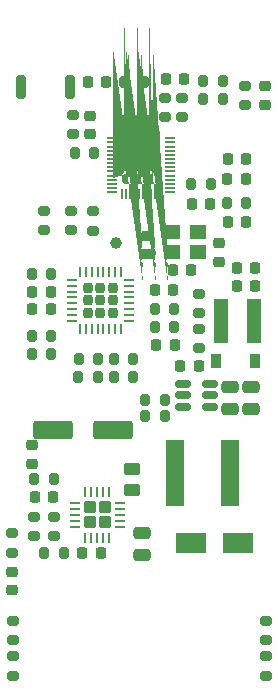
<source format=gtp>
G04 #@! TF.GenerationSoftware,KiCad,Pcbnew,(6.0.9)*
G04 #@! TF.CreationDate,2022-11-21T00:29:48+13:00*
G04 #@! TF.ProjectId,LAN-Module-PoE,4c414e2d-4d6f-4647-956c-652d506f452e,rev?*
G04 #@! TF.SameCoordinates,Original*
G04 #@! TF.FileFunction,Paste,Top*
G04 #@! TF.FilePolarity,Positive*
%FSLAX46Y46*%
G04 Gerber Fmt 4.6, Leading zero omitted, Abs format (unit mm)*
G04 Created by KiCad (PCBNEW (6.0.9)) date 2022-11-21 00:29:48*
%MOMM*%
%LPD*%
G01*
G04 APERTURE LIST*
G04 Aperture macros list*
%AMRoundRect*
0 Rectangle with rounded corners*
0 $1 Rounding radius*
0 $2 $3 $4 $5 $6 $7 $8 $9 X,Y pos of 4 corners*
0 Add a 4 corners polygon primitive as box body*
4,1,4,$2,$3,$4,$5,$6,$7,$8,$9,$2,$3,0*
0 Add four circle primitives for the rounded corners*
1,1,$1+$1,$2,$3*
1,1,$1+$1,$4,$5*
1,1,$1+$1,$6,$7*
1,1,$1+$1,$8,$9*
0 Add four rect primitives between the rounded corners*
20,1,$1+$1,$2,$3,$4,$5,0*
20,1,$1+$1,$4,$5,$6,$7,0*
20,1,$1+$1,$6,$7,$8,$9,0*
20,1,$1+$1,$8,$9,$2,$3,0*%
%AMFreePoly0*
4,1,57,0.277300,0.474568,0.281757,0.474884,0.284153,0.473575,0.290366,0.472674,0.315463,0.456469,0.341677,0.442147,0.442147,0.341677,0.455071,0.324369,0.458447,0.321440,0.459216,0.318819,0.462972,0.313789,0.469259,0.284584,0.477668,0.255921,0.477668,-0.255921,0.474568,-0.277300,0.474884,-0.281757,0.473575,-0.284153,0.472674,-0.290366,0.456469,-0.315463,0.442147,-0.341677,
0.341677,-0.442147,0.324369,-0.455071,0.321440,-0.458447,0.318819,-0.459216,0.313789,-0.462972,0.284584,-0.469259,0.255921,-0.477668,-0.255921,-0.477668,-0.277300,-0.474568,-0.281757,-0.474884,-0.284153,-0.473575,-0.290366,-0.472674,-0.315463,-0.456469,-0.341677,-0.442147,-0.442147,-0.341677,-0.455071,-0.324369,-0.458447,-0.321440,-0.459216,-0.318819,-0.462972,-0.313789,-0.469259,-0.284584,
-0.477668,-0.255921,-0.477668,0.255921,-0.474568,0.277300,-0.474884,0.281757,-0.473575,0.284153,-0.472674,0.290366,-0.456469,0.315463,-0.442147,0.341677,-0.341677,0.442147,-0.324369,0.455071,-0.321440,0.458447,-0.318819,0.459216,-0.313789,0.462972,-0.284584,0.469259,-0.255921,0.477668,0.255921,0.477668,0.277300,0.474568,0.277300,0.474568,$1*%
G04 Aperture macros list end*
%ADD10RoundRect,0.250000X0.475000X-0.250000X0.475000X0.250000X-0.475000X0.250000X-0.475000X-0.250000X0*%
%ADD11R,1.600000X5.700000*%
%ADD12RoundRect,0.225000X0.225000X0.250000X-0.225000X0.250000X-0.225000X-0.250000X0.225000X-0.250000X0*%
%ADD13RoundRect,0.250000X-0.275000X0.275000X-0.275000X-0.275000X0.275000X-0.275000X0.275000X0.275000X0*%
%ADD14RoundRect,0.062500X-0.062500X0.362500X-0.062500X-0.362500X0.062500X-0.362500X0.062500X0.362500X0*%
%ADD15RoundRect,0.062500X-0.362500X0.062500X-0.362500X-0.062500X0.362500X-0.062500X0.362500X0.062500X0*%
%ADD16RoundRect,0.200000X0.200000X0.275000X-0.200000X0.275000X-0.200000X-0.275000X0.200000X-0.275000X0*%
%ADD17R,0.900000X1.200000*%
%ADD18RoundRect,0.150000X-0.512500X-0.150000X0.512500X-0.150000X0.512500X0.150000X-0.512500X0.150000X0*%
%ADD19RoundRect,0.200000X-0.200000X-0.275000X0.200000X-0.275000X0.200000X0.275000X-0.200000X0.275000X0*%
%ADD20RoundRect,0.250000X0.450000X-0.262500X0.450000X0.262500X-0.450000X0.262500X-0.450000X-0.262500X0*%
%ADD21RoundRect,0.225000X0.250000X-0.225000X0.250000X0.225000X-0.250000X0.225000X-0.250000X-0.225000X0*%
%ADD22RoundRect,0.200000X-0.275000X0.200000X-0.275000X-0.200000X0.275000X-0.200000X0.275000X0.200000X0*%
%ADD23RoundRect,0.225000X-0.225000X-0.250000X0.225000X-0.250000X0.225000X0.250000X-0.225000X0.250000X0*%
%ADD24RoundRect,0.200000X0.275000X-0.200000X0.275000X0.200000X-0.275000X0.200000X-0.275000X-0.200000X0*%
%ADD25R,1.200000X3.700000*%
%ADD26RoundRect,0.225000X-0.250000X0.225000X-0.250000X-0.225000X0.250000X-0.225000X0.250000X0.225000X0*%
%ADD27R,2.500000X1.800000*%
%ADD28RoundRect,0.207500X0.207500X-0.207500X0.207500X0.207500X-0.207500X0.207500X-0.207500X-0.207500X0*%
%ADD29RoundRect,0.062500X0.062500X-0.375000X0.062500X0.375000X-0.062500X0.375000X-0.062500X-0.375000X0*%
%ADD30RoundRect,0.062500X0.375000X-0.062500X0.375000X0.062500X-0.375000X0.062500X-0.375000X-0.062500X0*%
%ADD31RoundRect,0.200000X0.200000X0.800000X-0.200000X0.800000X-0.200000X-0.800000X0.200000X-0.800000X0*%
%ADD32C,1.000000*%
%ADD33RoundRect,0.218750X-0.256250X0.218750X-0.256250X-0.218750X0.256250X-0.218750X0.256250X0.218750X0*%
%ADD34RoundRect,0.250000X1.412500X0.550000X-1.412500X0.550000X-1.412500X-0.550000X1.412500X-0.550000X0*%
%ADD35FreePoly0,180.000000*%
%ADD36RoundRect,0.050000X0.350000X0.050000X-0.350000X0.050000X-0.350000X-0.050000X0.350000X-0.050000X0*%
%ADD37RoundRect,0.050000X0.050000X0.350000X-0.050000X0.350000X-0.050000X-0.350000X0.050000X-0.350000X0*%
%ADD38R,1.400000X1.200000*%
G04 APERTURE END LIST*
D10*
G04 #@! TO.C,C4*
X42100000Y-74050000D03*
X42100000Y-72150000D03*
G04 #@! TD*
D11*
G04 #@! TO.C,L5*
X44850000Y-67100000D03*
X49550000Y-67100000D03*
G04 #@! TD*
D10*
G04 #@! TO.C,C29*
X49500000Y-61650000D03*
X49500000Y-59750000D03*
G04 #@! TD*
D12*
G04 #@! TO.C,C11*
X50875000Y-40500000D03*
X49325000Y-40500000D03*
G04 #@! TD*
D10*
G04 #@! TO.C,C18*
X51300000Y-61650000D03*
X51300000Y-59750000D03*
G04 #@! TD*
D13*
G04 #@! TO.C,U2*
X38950000Y-71256233D03*
X37650000Y-69956233D03*
X38950000Y-69956233D03*
X37650000Y-71256233D03*
D14*
X39300000Y-68681233D03*
X38800000Y-68681233D03*
X38300000Y-68681233D03*
X37800000Y-68681233D03*
X37300000Y-68681233D03*
D15*
X36375000Y-69606233D03*
X36375000Y-70106233D03*
X36375000Y-70606233D03*
X36375000Y-71106233D03*
X36375000Y-71606233D03*
D14*
X37300000Y-72531233D03*
X37800000Y-72531233D03*
X38300000Y-72531233D03*
X38800000Y-72531233D03*
X39300000Y-72531233D03*
D15*
X40225000Y-71606233D03*
X40225000Y-71106233D03*
X40225000Y-70606233D03*
X40225000Y-70106233D03*
X40225000Y-69606233D03*
G04 #@! TD*
D16*
G04 #@! TO.C,R14*
X38332500Y-58950000D03*
X36682500Y-58950000D03*
G04 #@! TD*
D12*
G04 #@! TO.C,C2*
X50850000Y-42200000D03*
X49300000Y-42200000D03*
G04 #@! TD*
D17*
G04 #@! TO.C,D2*
X48350000Y-57600000D03*
X51650000Y-57600000D03*
G04 #@! TD*
D18*
G04 #@! TO.C,U3*
X45562500Y-59550000D03*
X45562500Y-60500000D03*
X45562500Y-61450000D03*
X47837500Y-61450000D03*
X47837500Y-60500000D03*
X47837500Y-59550000D03*
G04 #@! TD*
D19*
G04 #@! TO.C,R8*
X32745000Y-55450000D03*
X34395000Y-55450000D03*
G04 #@! TD*
G04 #@! TO.C,R17*
X39682500Y-58950000D03*
X41332500Y-58950000D03*
G04 #@! TD*
D16*
G04 #@! TO.C,C22*
X34395000Y-56950000D03*
X32745000Y-56950000D03*
G04 #@! TD*
D20*
G04 #@! TO.C,R20*
X41200000Y-68512500D03*
X41200000Y-66687500D03*
G04 #@! TD*
D16*
G04 #@! TO.C,R32*
X38025000Y-40000000D03*
X36375000Y-40000000D03*
G04 #@! TD*
D21*
G04 #@! TO.C,C3*
X31100000Y-76975000D03*
X31100000Y-75425000D03*
G04 #@! TD*
D22*
G04 #@! TO.C,R2*
X36275000Y-36750000D03*
X36275000Y-38400000D03*
G04 #@! TD*
D23*
G04 #@! TO.C,C10*
X37525000Y-34000000D03*
X39075000Y-34000000D03*
G04 #@! TD*
D24*
G04 #@! TO.C,R11*
X52600000Y-81225000D03*
X52600000Y-79575000D03*
G04 #@! TD*
D22*
G04 #@! TO.C,R10*
X36100000Y-44875000D03*
X36100000Y-46525000D03*
G04 #@! TD*
D25*
G04 #@! TO.C,L2*
X48800000Y-54200000D03*
X51600000Y-54200000D03*
G04 #@! TD*
D26*
G04 #@! TO.C,C13*
X48600000Y-47625000D03*
X48600000Y-49175000D03*
G04 #@! TD*
D12*
G04 #@! TO.C,C21*
X51675000Y-51200000D03*
X50125000Y-51200000D03*
G04 #@! TD*
D19*
G04 #@! TO.C,R23*
X42350000Y-62200000D03*
X44000000Y-62200000D03*
G04 #@! TD*
D16*
G04 #@! TO.C,R13*
X38395000Y-57450000D03*
X36745000Y-57450000D03*
G04 #@! TD*
D27*
G04 #@! TO.C,D1*
X50230000Y-73031233D03*
X46230000Y-73031233D03*
G04 #@! TD*
D24*
G04 #@! TO.C,R6*
X32970000Y-72425000D03*
X32970000Y-70775000D03*
G04 #@! TD*
D19*
G04 #@! TO.C,R19*
X33825000Y-73831233D03*
X35475000Y-73831233D03*
G04 #@! TD*
D24*
G04 #@! TO.C,R29*
X45500000Y-36925000D03*
X45500000Y-35275000D03*
G04 #@! TD*
D19*
G04 #@! TO.C,R18*
X39682500Y-57450000D03*
X41332500Y-57450000D03*
G04 #@! TD*
D12*
G04 #@! TO.C,C20*
X34575000Y-69100000D03*
X33025000Y-69100000D03*
G04 #@! TD*
D24*
G04 #@! TO.C,C8*
X37925000Y-46550000D03*
X37925000Y-44900000D03*
G04 #@! TD*
D23*
G04 #@! TO.C,C24*
X43295000Y-56200000D03*
X44845000Y-56200000D03*
G04 #@! TD*
D16*
G04 #@! TO.C,R3*
X50925000Y-44200000D03*
X49275000Y-44200000D03*
G04 #@! TD*
D24*
G04 #@! TO.C,R12*
X31200000Y-81225000D03*
X31200000Y-79575000D03*
G04 #@! TD*
G04 #@! TO.C,R26*
X46900000Y-53525000D03*
X46900000Y-51875000D03*
G04 #@! TD*
D28*
G04 #@! TO.C,U4*
X39600000Y-52450000D03*
X38570000Y-53480000D03*
X38570000Y-51420000D03*
X39600000Y-51420000D03*
X37540000Y-53480000D03*
X39600000Y-53480000D03*
X37540000Y-52450000D03*
X37540000Y-51420000D03*
X38570000Y-52450000D03*
D29*
X36820000Y-54887500D03*
X37320000Y-54887500D03*
X37820000Y-54887500D03*
X38320000Y-54887500D03*
X38820000Y-54887500D03*
X39320000Y-54887500D03*
X39820000Y-54887500D03*
X40320000Y-54887500D03*
D30*
X41007500Y-54200000D03*
X41007500Y-53700000D03*
X41007500Y-53200000D03*
X41007500Y-52700000D03*
X41007500Y-52200000D03*
X41007500Y-51700000D03*
X41007500Y-51200000D03*
X41007500Y-50700000D03*
D29*
X40320000Y-50012500D03*
X39820000Y-50012500D03*
X39320000Y-50012500D03*
X38820000Y-50012500D03*
X38320000Y-50012500D03*
X37820000Y-50012500D03*
X37320000Y-50012500D03*
X36820000Y-50012500D03*
D30*
X36132500Y-50700000D03*
X36132500Y-51200000D03*
X36132500Y-51700000D03*
X36132500Y-52200000D03*
X36132500Y-52700000D03*
X36132500Y-53200000D03*
X36132500Y-53700000D03*
X36132500Y-54200000D03*
G04 #@! TD*
D24*
G04 #@! TO.C,R5*
X33800000Y-46525000D03*
X33800000Y-44875000D03*
G04 #@! TD*
D12*
G04 #@! TO.C,C16*
X47850000Y-44300000D03*
X46300000Y-44300000D03*
G04 #@! TD*
D31*
G04 #@! TO.C,SW1*
X36000000Y-34400000D03*
X31800000Y-34400000D03*
G04 #@! TD*
D32*
G04 #@! TO.C,TP1*
X39900000Y-47600000D03*
G04 #@! TD*
D16*
G04 #@! TO.C,R4*
X48925000Y-35400000D03*
X47275000Y-35400000D03*
G04 #@! TD*
D22*
G04 #@! TO.C,R25*
X31100000Y-72175000D03*
X31100000Y-73825000D03*
G04 #@! TD*
D21*
G04 #@! TO.C,C6*
X32800000Y-66275000D03*
X32800000Y-64725000D03*
G04 #@! TD*
D33*
G04 #@! TO.C,D3*
X52500000Y-34312500D03*
X52500000Y-35887500D03*
G04 #@! TD*
D16*
G04 #@! TO.C,L3*
X44795000Y-53200000D03*
X43145000Y-53200000D03*
G04 #@! TD*
D23*
G04 #@! TO.C,C26*
X43195000Y-51600000D03*
X44745000Y-51600000D03*
G04 #@! TD*
D24*
G04 #@! TO.C,R27*
X46900000Y-56525000D03*
X46900000Y-54875000D03*
G04 #@! TD*
G04 #@! TO.C,R28*
X50800000Y-35925000D03*
X50800000Y-34275000D03*
G04 #@! TD*
D23*
G04 #@! TO.C,C12*
X44725000Y-49855000D03*
X46275000Y-49855000D03*
G04 #@! TD*
D19*
G04 #@! TO.C,R21*
X32975000Y-67600000D03*
X34625000Y-67600000D03*
G04 #@! TD*
D23*
G04 #@! TO.C,C5*
X50125000Y-49700000D03*
X51675000Y-49700000D03*
G04 #@! TD*
D16*
G04 #@! TO.C,R24*
X44000000Y-60850000D03*
X42350000Y-60850000D03*
G04 #@! TD*
D12*
G04 #@! TO.C,C15*
X50875000Y-45800000D03*
X49325000Y-45800000D03*
G04 #@! TD*
G04 #@! TO.C,C25*
X34345000Y-53200000D03*
X32795000Y-53200000D03*
G04 #@! TD*
G04 #@! TO.C,C1*
X38575000Y-73831233D03*
X37025000Y-73831233D03*
G04 #@! TD*
D22*
G04 #@! TO.C,R15*
X31200000Y-82575000D03*
X31200000Y-84225000D03*
G04 #@! TD*
D34*
G04 #@! TO.C,C27*
X39600000Y-63400000D03*
X34525000Y-63400000D03*
G04 #@! TD*
D19*
G04 #@! TO.C,R1*
X40575000Y-34000000D03*
X42225000Y-34000000D03*
G04 #@! TD*
D16*
G04 #@! TO.C,R22*
X48925000Y-33900000D03*
X47275000Y-33900000D03*
G04 #@! TD*
D21*
G04 #@! TO.C,C9*
X42475000Y-48550000D03*
X42475000Y-47000000D03*
G04 #@! TD*
D16*
G04 #@! TO.C,R9*
X44795000Y-54700000D03*
X43145000Y-54700000D03*
G04 #@! TD*
D23*
G04 #@! TO.C,C19*
X44125000Y-33700000D03*
X45675000Y-33700000D03*
G04 #@! TD*
D22*
G04 #@! TO.C,R16*
X52600000Y-82575000D03*
X52600000Y-84225000D03*
G04 #@! TD*
D19*
G04 #@! TO.C,L1*
X46250000Y-42575000D03*
X47900000Y-42575000D03*
G04 #@! TD*
D26*
G04 #@! TO.C,C14*
X37675000Y-36800000D03*
X37675000Y-38350000D03*
G04 #@! TD*
D35*
G04 #@! TO.C,U1*
X41975000Y-42075000D03*
X40908333Y-42075000D03*
X41975000Y-39941666D03*
X41975000Y-41008333D03*
X43041667Y-41008333D03*
X40908333Y-39941666D03*
X43041667Y-42075000D03*
X40908333Y-41008333D03*
X43041667Y-39941666D03*
D36*
X44425000Y-43283333D03*
X44425000Y-42933333D03*
X44425000Y-42583333D03*
X44425000Y-42233333D03*
X44425000Y-41883333D03*
X44425000Y-41533333D03*
X44425000Y-41183333D03*
X44425000Y-40833333D03*
X44425000Y-40483333D03*
X44425000Y-40133333D03*
X44425000Y-39783333D03*
X44425000Y-39433333D03*
X44425000Y-39083333D03*
X44425000Y-38733333D03*
D37*
X43550000Y-38558333D03*
X43200000Y-38558333D03*
X42850000Y-38558333D03*
X42500000Y-38558333D03*
X42150000Y-38558333D03*
X41800000Y-38558333D03*
X41450000Y-38558333D03*
X41100000Y-38558333D03*
X40750000Y-38558333D03*
X40400000Y-38558333D03*
D36*
X39525000Y-38733333D03*
X39525000Y-39083333D03*
X39525000Y-39433333D03*
X39525000Y-39783333D03*
X39525000Y-40133333D03*
X39525000Y-40483333D03*
X39525000Y-40833333D03*
X39525000Y-41183333D03*
X39525000Y-41533333D03*
X39525000Y-41883333D03*
X39525000Y-42233333D03*
X39525000Y-42583333D03*
X39525000Y-42933333D03*
X39525000Y-43283333D03*
D37*
X40400000Y-43458333D03*
X40750000Y-43458333D03*
X41100000Y-43458333D03*
X41450000Y-43458333D03*
X41800000Y-43458333D03*
X42150000Y-43458333D03*
X42500000Y-43458333D03*
X42850000Y-43458333D03*
X43200000Y-43458333D03*
X43550000Y-43458333D03*
G04 #@! TD*
D22*
G04 #@! TO.C,R7*
X34650000Y-70775000D03*
X34650000Y-72425000D03*
G04 #@! TD*
D12*
G04 #@! TO.C,C23*
X34345000Y-51700000D03*
X32795000Y-51700000D03*
G04 #@! TD*
D19*
G04 #@! TO.C,R31*
X32745000Y-50200000D03*
X34395000Y-50200000D03*
G04 #@! TD*
D23*
G04 #@! TO.C,C17*
X45325000Y-58000000D03*
X46875000Y-58000000D03*
G04 #@! TD*
D24*
G04 #@! TO.C,R30*
X44000000Y-36925000D03*
X44000000Y-35275000D03*
G04 #@! TD*
D38*
G04 #@! TO.C,Y1*
X44625000Y-48325000D03*
X46825000Y-48325000D03*
X46825000Y-46625000D03*
X44625000Y-46625000D03*
G04 #@! TD*
M02*

</source>
